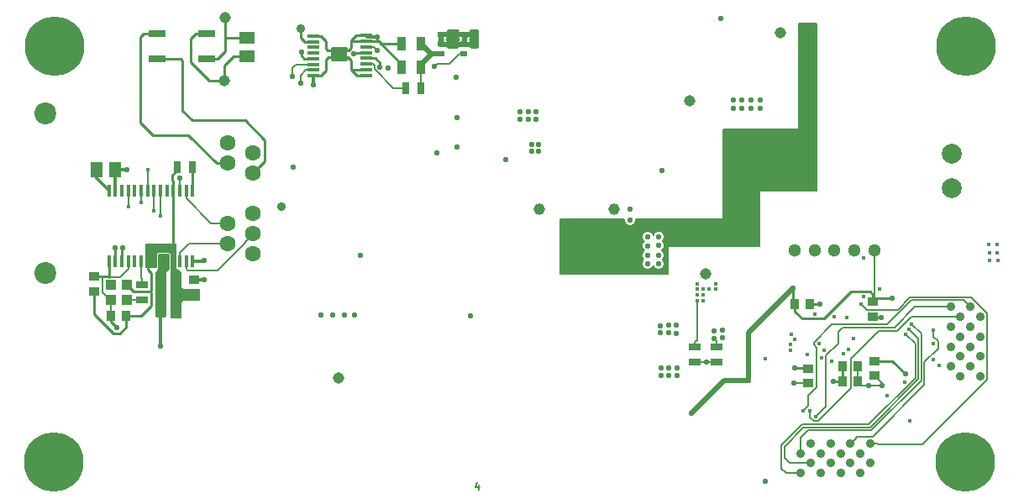
<source format=gbl>
%FSLAX46Y46*%
G04 Gerber Fmt 4.6, Leading zero omitted, Abs format (unit mm)*
G04 Created by KiCad (PCBNEW (2014-08-12 BZR 5067)-product) date Tue 26 Aug 2014 12:58:06 PM EDT*
%MOMM*%
G01*
G04 APERTURE LIST*
%ADD10C,0.100000*%
%ADD11C,0.187500*%
%ADD12R,1.498600X1.300480*%
%ADD13C,1.150000*%
%ADD14R,1.300480X1.498600*%
%ADD15R,0.899160X1.000760*%
%ADD16R,1.000760X0.899160*%
%ADD17R,1.700000X0.800000*%
%ADD18R,1.100000X1.000000*%
%ADD19C,1.600000*%
%ADD20C,2.200000*%
%ADD21C,1.300000*%
%ADD22C,0.900000*%
%ADD23C,1.143000*%
%ADD24C,1.998980*%
%ADD25R,0.700000X0.500000*%
%ADD26R,0.889000X1.397000*%
%ADD27R,0.635000X1.143000*%
%ADD28R,1.143000X0.635000*%
%ADD29R,1.143000X0.419100*%
%ADD30R,0.406400X1.270000*%
%ADD31C,6.000000*%
%ADD32C,0.889000*%
%ADD33C,0.550000*%
%ADD34C,0.450000*%
%ADD35C,0.254000*%
%ADD36C,0.250000*%
%ADD37C,0.350000*%
%ADD38C,0.300000*%
%ADD39C,0.500000*%
%ADD40C,0.200000*%
%ADD41C,0.150000*%
%ADD42C,0.050000*%
G04 APERTURE END LIST*
D10*
D11*
X124652857Y-78929286D02*
X124652857Y-79429286D01*
X124474286Y-78643571D02*
X124295714Y-79179286D01*
X124760000Y-79179286D01*
D12*
X101250000Y-35752500D03*
X101250000Y-33847500D03*
D13*
X130750000Y-51150000D03*
X138250000Y-51150000D03*
D14*
X88002500Y-47150000D03*
X86097500Y-47150000D03*
D15*
X92598160Y-59800000D03*
X94101840Y-59800000D03*
X92598160Y-58100000D03*
X94101840Y-58100000D03*
D16*
X95990000Y-58288160D03*
X95990000Y-59791840D03*
X85850000Y-57948160D03*
X85850000Y-59451840D03*
D15*
X89101840Y-61900000D03*
X87598160Y-61900000D03*
X92598160Y-61400000D03*
X94101840Y-61400000D03*
D16*
X157800000Y-68701840D03*
X157800000Y-67198160D03*
D15*
X156498160Y-60700000D03*
X158001840Y-60700000D03*
D16*
X164350000Y-60448160D03*
X164350000Y-61951840D03*
X164520000Y-67941840D03*
X164520000Y-66438160D03*
D15*
X162801840Y-68500000D03*
X161298160Y-68500000D03*
X162801840Y-67000000D03*
X161298160Y-67000000D03*
D17*
X97250000Y-33450000D03*
X92250000Y-33450000D03*
X92250000Y-35950000D03*
X97250000Y-35950000D03*
D18*
X87550000Y-58800000D03*
X89150000Y-58800000D03*
X89150000Y-60300000D03*
X87550000Y-60300000D03*
D19*
X99340000Y-54630000D03*
X99340000Y-52600000D03*
X99340000Y-46510000D03*
X99340000Y-44480000D03*
X101880000Y-55650000D03*
X101880000Y-53620000D03*
X101880000Y-51590000D03*
X101880000Y-47530000D03*
X101880000Y-45500000D03*
D20*
X80930000Y-57610000D03*
X80930000Y-41480000D03*
D21*
X160500000Y-55250000D03*
X162500000Y-55250000D03*
X164500000Y-55250000D03*
X158500000Y-55250000D03*
X156500000Y-55250000D03*
D22*
X157100000Y-77750000D03*
X158100000Y-76750000D03*
X159100000Y-77750000D03*
X160100000Y-76750000D03*
X161100000Y-77750000D03*
X162100000Y-76750000D03*
X163100000Y-77750000D03*
X164100000Y-76750000D03*
X157100000Y-75750000D03*
X160100000Y-74750000D03*
X159100000Y-75750000D03*
X158100000Y-74750000D03*
X162100000Y-74750000D03*
X161100000Y-75750000D03*
X163100000Y-75750000D03*
X164100000Y-74750000D03*
X175200000Y-68000000D03*
X174200000Y-67000000D03*
X175200000Y-66000000D03*
X174200000Y-65000000D03*
X175200000Y-64000000D03*
X174200000Y-63000000D03*
X175200000Y-62000000D03*
X174200000Y-61000000D03*
X173200000Y-68000000D03*
X172200000Y-65000000D03*
X173200000Y-66000000D03*
X172200000Y-67000000D03*
X172200000Y-63000000D03*
X173200000Y-64000000D03*
X173200000Y-62000000D03*
X172200000Y-61000000D03*
D23*
X99050000Y-31800000D03*
X99000000Y-38150000D03*
X145900000Y-40250000D03*
X155050000Y-33400000D03*
X147500000Y-57700000D03*
X110550000Y-68180000D03*
D24*
X172350000Y-49050060D03*
X172350000Y-45549940D03*
D25*
X123163000Y-34500000D03*
X123163000Y-35500000D03*
X123163000Y-33500000D03*
X120837000Y-35500000D03*
X120837000Y-33500000D03*
X120837000Y-34500000D03*
D26*
X118802500Y-34450000D03*
X116897500Y-34450000D03*
D27*
X117288000Y-38950000D03*
X118812000Y-38950000D03*
D28*
X146450000Y-65038000D03*
X146450000Y-66562000D03*
X148600000Y-66562000D03*
X148600000Y-65038000D03*
D27*
X94288000Y-46900000D03*
X95812000Y-46900000D03*
D28*
X90700000Y-60312000D03*
X90700000Y-58788000D03*
D26*
X118802500Y-36850000D03*
X116897500Y-36850000D03*
D29*
X107933000Y-35985716D03*
X107933000Y-36557144D03*
X107933000Y-37128572D03*
X107933000Y-37700000D03*
X107933000Y-33700000D03*
X107933000Y-34300000D03*
X107933000Y-34842860D03*
X107933000Y-35414288D03*
X113270000Y-34792860D03*
X113270000Y-37078572D03*
X113270000Y-35935716D03*
X113270000Y-36507144D03*
X113270000Y-33650000D03*
X113270000Y-34250000D03*
X113270000Y-35364288D03*
X113270000Y-37650000D03*
D30*
X87359000Y-49244000D03*
X87994000Y-49244000D03*
X88654400Y-49244000D03*
X89314800Y-49244000D03*
X89949800Y-49244000D03*
X90610200Y-49244000D03*
X91270600Y-49244000D03*
X91905600Y-49244000D03*
X92566000Y-49244000D03*
X93201000Y-49244000D03*
X93861400Y-49244000D03*
X94521800Y-49244000D03*
X95156800Y-49244000D03*
X95817200Y-49244000D03*
X95817200Y-56356000D03*
X95156800Y-56356000D03*
X94547200Y-56356000D03*
X93861400Y-56356000D03*
X93201000Y-56356000D03*
X92566000Y-56356000D03*
X91905600Y-56356000D03*
X91270600Y-56356000D03*
X90610200Y-56356000D03*
X89949800Y-56356000D03*
X89314800Y-56356000D03*
X88654400Y-56356000D03*
X87994000Y-56356000D03*
X87359000Y-56356000D03*
D31*
X173750000Y-34750000D03*
X81850000Y-76650000D03*
X173700000Y-76600000D03*
X81900000Y-34750000D03*
D32*
X106697158Y-32900080D03*
D33*
X112058437Y-35440104D03*
X114700000Y-36800000D03*
X130000000Y-45300000D03*
X130000000Y-44650000D03*
X130700000Y-44650000D03*
X130700000Y-45300000D03*
X127400000Y-46150000D03*
X128800000Y-42050000D03*
X129650000Y-42050000D03*
X130400000Y-42050000D03*
X130400000Y-41350000D03*
X129650000Y-41350000D03*
X128800000Y-41350000D03*
X110550000Y-35150000D03*
X110550000Y-35850000D03*
X110000000Y-35150000D03*
X110000000Y-35850000D03*
X111100000Y-35150000D03*
X111100000Y-35850000D03*
X107950000Y-38650000D03*
X114400000Y-33750000D03*
X122400000Y-37850000D03*
X115500000Y-36900000D03*
X106750000Y-35300000D03*
X150810000Y-44200000D03*
X133700000Y-57490000D03*
X133697387Y-56650000D03*
X133700000Y-55680000D03*
X134680000Y-55690000D03*
X134680304Y-56650000D03*
X134680000Y-57470000D03*
X135580000Y-57470000D03*
X135590244Y-56650000D03*
X135590000Y-55690000D03*
X158200000Y-33670000D03*
X158190000Y-34480000D03*
X157290000Y-34470000D03*
X157290000Y-33680000D03*
X157290000Y-32930000D03*
X158170000Y-32920000D03*
D34*
X163460000Y-56070000D03*
X176960000Y-56340000D03*
X176110000Y-56340000D03*
X176110000Y-55530000D03*
X176930000Y-55530000D03*
X176930000Y-54710000D03*
X176080000Y-54710000D03*
X153480000Y-66250000D03*
D33*
X159060000Y-60680000D03*
X165240000Y-62060000D03*
X156500000Y-67180000D03*
X160390000Y-68520000D03*
X167630000Y-67760000D03*
X123840000Y-61930000D03*
X153520000Y-78600000D03*
X112120000Y-61800000D03*
X111100000Y-61800000D03*
X109910000Y-61790000D03*
X108700000Y-61790000D03*
X149070000Y-31950000D03*
X143750000Y-62850000D03*
X143750000Y-63620000D03*
X143800000Y-67160000D03*
X144590000Y-67150000D03*
X144590000Y-67930000D03*
X143800000Y-67930000D03*
X143010000Y-67940000D03*
X143020000Y-67160000D03*
X144520000Y-63640000D03*
X144520000Y-62840000D03*
X142950000Y-62890000D03*
X142950000Y-63630000D03*
X148320000Y-63390000D03*
X148320000Y-64140000D03*
X149220000Y-64130000D03*
X149220000Y-63370000D03*
X141670000Y-54830000D03*
X141670000Y-55790000D03*
X142790000Y-54800000D03*
X142770000Y-55800000D03*
X142780000Y-56640000D03*
X141670000Y-56650000D03*
X142790000Y-53940000D03*
X141670000Y-53950000D03*
X139900000Y-51140000D03*
X139900000Y-52250000D03*
X143100000Y-47220000D03*
X153000000Y-41000000D03*
X152050000Y-41000000D03*
X151150000Y-41000000D03*
X150300000Y-41000000D03*
X151150000Y-40100000D03*
X152050000Y-40100000D03*
X153000000Y-40100000D03*
X150300000Y-40100000D03*
X112750000Y-55800000D03*
X105950000Y-46900000D03*
X93300000Y-54850000D03*
X92600000Y-54850000D03*
X91900000Y-54850000D03*
X91250000Y-54850000D03*
X89150000Y-47150000D03*
X151810000Y-68390000D03*
X146060000Y-71710000D03*
X166280000Y-60080000D03*
X156290000Y-59070000D03*
X156430000Y-68690000D03*
X163930000Y-68900000D03*
X165270000Y-68900000D03*
X96930000Y-58280000D03*
X96930000Y-56350000D03*
X92597845Y-64962000D03*
X88200000Y-63050000D03*
D34*
X146640000Y-60380000D03*
X147250000Y-60370000D03*
X147250000Y-59740000D03*
X146660000Y-59750000D03*
X146660000Y-58680000D03*
X146660000Y-59160000D03*
X147250000Y-59160000D03*
X147860000Y-59160000D03*
X148540000Y-58680500D03*
X148540000Y-59156108D03*
D33*
X106700000Y-38450000D03*
X122450000Y-44850000D03*
X122450000Y-41950000D03*
X88000000Y-55000000D03*
X88750003Y-55000000D03*
D32*
X104750000Y-50900000D03*
D33*
X94500000Y-48050000D03*
D34*
X167700000Y-63770000D03*
X168035161Y-63272337D03*
X156489364Y-64267811D03*
X156090000Y-64750000D03*
X159170000Y-66140000D03*
X160200000Y-66480000D03*
X171020000Y-66900000D03*
X165050000Y-59200010D03*
X168263392Y-62717438D03*
X157748205Y-65771795D03*
X156059567Y-65355976D03*
X156110000Y-63740000D03*
X170474980Y-63340000D03*
X162400000Y-64210010D03*
X163450000Y-59980000D03*
X163160000Y-60690000D03*
X170474971Y-66324999D03*
X170474971Y-64670011D03*
X161718201Y-62041790D03*
X157370000Y-71470000D03*
X160423205Y-61986795D03*
X158490000Y-61690000D03*
X158040000Y-71500000D03*
X158610000Y-72050000D03*
D33*
X124250000Y-33500000D03*
X124250000Y-34100000D03*
X124250000Y-34700000D03*
X120200000Y-36750000D03*
X105850000Y-37800000D03*
X114400000Y-35150000D03*
X120450000Y-45450000D03*
X147573719Y-66562000D03*
D34*
X167550000Y-68580000D03*
X89320000Y-50880000D03*
X161400000Y-65730000D03*
X90590000Y-50429990D03*
X161920000Y-65279990D03*
X91270000Y-47130000D03*
X158946795Y-64703205D03*
X91890000Y-51330010D03*
X159490000Y-65380000D03*
X92570000Y-51820000D03*
X168110000Y-72510000D03*
X165770000Y-69930000D03*
D35*
X96146000Y-33450000D02*
X95650000Y-33946000D01*
X97250000Y-33450000D02*
X96146000Y-33450000D01*
X98191777Y-38150000D02*
X99000000Y-38150000D01*
X97514198Y-38150000D02*
X98191777Y-38150000D01*
X95650000Y-36285802D02*
X97514198Y-38150000D01*
X95650000Y-33946000D02*
X95650000Y-36285802D01*
X99000000Y-38150000D02*
X99000000Y-36650000D01*
X99897500Y-35752500D02*
X101250000Y-35752500D01*
X99000000Y-36650000D02*
X99897500Y-35752500D01*
X99050000Y-32608223D02*
X99050000Y-31800000D01*
X98354000Y-35950000D02*
X99050000Y-35254000D01*
X97250000Y-35950000D02*
X98354000Y-35950000D01*
X99115913Y-33847500D02*
X101250000Y-33847500D01*
X99050000Y-33781587D02*
X99115913Y-33847500D01*
X99050000Y-35254000D02*
X99050000Y-33781587D01*
X99050000Y-33781587D02*
X99050000Y-32608223D01*
D36*
X106697158Y-33885658D02*
X106697158Y-32900080D01*
X107111500Y-34300000D02*
X106697158Y-33885658D01*
X107933000Y-34300000D02*
X107111500Y-34300000D01*
X112134253Y-35364288D02*
X113270000Y-35364288D01*
X112058437Y-35440104D02*
X112134253Y-35364288D01*
X114091500Y-35935716D02*
X113270000Y-35935716D01*
X114224624Y-35935716D02*
X114091500Y-35935716D01*
X114700000Y-36411092D02*
X114224624Y-35935716D01*
X114700000Y-36800000D02*
X114700000Y-36411092D01*
X114551500Y-34250000D02*
X114751500Y-34450000D01*
X114751500Y-34450000D02*
X116897500Y-34450000D01*
X113270000Y-34250000D02*
X114384183Y-34250000D01*
X114384183Y-34250000D02*
X114551500Y-34250000D01*
X114400000Y-33750000D02*
X114400000Y-34234183D01*
X114400000Y-34234183D02*
X114384183Y-34250000D01*
X114551500Y-34250000D02*
X116897500Y-36596000D01*
X116897500Y-36596000D02*
X116897500Y-36850000D01*
X108754500Y-33700000D02*
X109250000Y-34195500D01*
X107933000Y-33700000D02*
X108754500Y-33700000D01*
X109250000Y-34195500D02*
X109250000Y-34950000D01*
X109250000Y-34950000D02*
X109450000Y-35150000D01*
X108754500Y-37700000D02*
X109250000Y-37204500D01*
X107933000Y-37700000D02*
X108754500Y-37700000D01*
X109250000Y-37204500D02*
X109250000Y-36100000D01*
X109250000Y-36100000D02*
X109500000Y-35850000D01*
X113270000Y-33650000D02*
X112250000Y-33650000D01*
X112250000Y-33650000D02*
X111750000Y-34150000D01*
X111750000Y-34150000D02*
X111750000Y-34900000D01*
X111750000Y-34900000D02*
X111500000Y-35150000D01*
X113270000Y-37650000D02*
X112908050Y-37650000D01*
X112908050Y-37650000D02*
X112350000Y-37650000D01*
X112350000Y-37650000D02*
X111750000Y-37050000D01*
X111750000Y-37050000D02*
X111750000Y-36150000D01*
X111750000Y-36150000D02*
X111450000Y-35850000D01*
X111778572Y-37078572D02*
X111750000Y-37050000D01*
X113270000Y-37078572D02*
X111778572Y-37078572D01*
X111850000Y-34250000D02*
X111750000Y-34150000D01*
X113270000Y-34250000D02*
X111850000Y-34250000D01*
X110000000Y-35150000D02*
X110550000Y-35150000D01*
X111100000Y-35150000D02*
X110550000Y-35150000D01*
X110000000Y-35850000D02*
X110550000Y-35850000D01*
X111100000Y-35850000D02*
X110550000Y-35850000D01*
X109450000Y-35150000D02*
X110000000Y-35150000D01*
X109500000Y-35850000D02*
X110000000Y-35850000D01*
X111500000Y-35150000D02*
X111100000Y-35150000D01*
X111450000Y-35850000D02*
X111100000Y-35850000D01*
X110000000Y-35150000D02*
X110000000Y-35850000D01*
X110650000Y-35400000D02*
X110650000Y-36100000D01*
X111100000Y-35150000D02*
X111100000Y-35850000D01*
D37*
X107950000Y-37730123D02*
X107933000Y-37713123D01*
X107950000Y-38650000D02*
X107950000Y-37730123D01*
D38*
X113370000Y-33750000D02*
X113270000Y-33650000D01*
X114400000Y-33750000D02*
X113370000Y-33750000D01*
D36*
X107111500Y-35985716D02*
X107933000Y-35985716D01*
X107046808Y-35985716D02*
X107111500Y-35985716D01*
X106750000Y-35688908D02*
X107046808Y-35985716D01*
X106750000Y-35300000D02*
X106750000Y-35688908D01*
D39*
X150640000Y-52890000D02*
X150554999Y-52975001D01*
X150554999Y-52975001D02*
X138304999Y-52975001D01*
X138304999Y-52975001D02*
X135864999Y-55415001D01*
X135864999Y-55415001D02*
X135590000Y-55690000D01*
X150640000Y-44758908D02*
X150640000Y-52890000D01*
X150810000Y-44200000D02*
X150810000Y-44588908D01*
X150810000Y-44588908D02*
X150640000Y-44758908D01*
X157290000Y-44210000D02*
X150820000Y-44210000D01*
X150820000Y-44210000D02*
X150810000Y-44200000D01*
X157290000Y-34470000D02*
X157290000Y-44210000D01*
D36*
X159060000Y-60680000D02*
X158021840Y-60680000D01*
X158021840Y-60680000D02*
X158001840Y-60700000D01*
X165240000Y-62060000D02*
X164458160Y-62060000D01*
X164458160Y-62060000D02*
X164350000Y-61951840D01*
X156500000Y-67180000D02*
X157781840Y-67180000D01*
X157781840Y-67180000D02*
X157800000Y-67198160D01*
X161298160Y-68500000D02*
X161298160Y-67000000D01*
X160390000Y-68520000D02*
X161278160Y-68520000D01*
X161278160Y-68520000D02*
X161298160Y-68500000D01*
X167630000Y-67760000D02*
X166308160Y-66438160D01*
X166308160Y-66438160D02*
X164520000Y-66438160D01*
D40*
X148600000Y-65038000D02*
X148600000Y-64420000D01*
X148600000Y-64420000D02*
X148320000Y-64140000D01*
D38*
X92600000Y-54850000D02*
X93300000Y-54850000D01*
X91900000Y-54850000D02*
X92600000Y-54850000D01*
X91905600Y-56356000D02*
X91905600Y-54855600D01*
X91905600Y-54855600D02*
X91900000Y-54850000D01*
X91270600Y-56356000D02*
X91270600Y-54870600D01*
X91270600Y-54870600D02*
X91250000Y-54850000D01*
X88002500Y-47150000D02*
X89150000Y-47150000D01*
D36*
X93861400Y-49244000D02*
X93861400Y-56356000D01*
X93861400Y-49244000D02*
X93861400Y-48359000D01*
X93861400Y-48359000D02*
X93720500Y-48218100D01*
X93720500Y-47721500D02*
X94288000Y-47154000D01*
X93720500Y-48218100D02*
X93720500Y-47721500D01*
X94288000Y-47154000D02*
X94288000Y-46900000D01*
X85850000Y-59451840D02*
X85850000Y-61686802D01*
X85850000Y-61686802D02*
X87813199Y-63650001D01*
X87813199Y-63650001D02*
X88488001Y-63650001D01*
X88488001Y-63650001D02*
X89101840Y-63036162D01*
X89101840Y-63036162D02*
X89101840Y-62650380D01*
X89101840Y-62650380D02*
X89101840Y-61900000D01*
X91531501Y-59430501D02*
X91596501Y-59495501D01*
X91596501Y-59495501D02*
X91596501Y-60889501D01*
X91596501Y-60889501D02*
X90586002Y-61900000D01*
X89801420Y-61900000D02*
X89101840Y-61900000D01*
X90586002Y-61900000D02*
X89801420Y-61900000D01*
X89150000Y-58800000D02*
X89200000Y-58800000D01*
X89200000Y-58800000D02*
X89830501Y-59430501D01*
X89830501Y-59430501D02*
X91531501Y-59430501D01*
X91531501Y-59430501D02*
X91596501Y-59365501D01*
X91596501Y-59365501D02*
X91596501Y-57566901D01*
X91270600Y-57241000D02*
X91270600Y-56356000D01*
X91596501Y-57566901D02*
X91270600Y-57241000D01*
D37*
X87994000Y-49244000D02*
X87994000Y-47158500D01*
X87994000Y-47158500D02*
X88002500Y-47150000D01*
D36*
X156498160Y-60700000D02*
X156498160Y-61450380D01*
X156498160Y-61450380D02*
X157237781Y-62190001D01*
X157237781Y-62190001D02*
X159479997Y-62190001D01*
X159479997Y-62190001D02*
X162189999Y-59479999D01*
X162189999Y-59479999D02*
X164081419Y-59479999D01*
X164081419Y-59479999D02*
X164350000Y-59748580D01*
X164350000Y-59748580D02*
X164350000Y-60448160D01*
D39*
X151810000Y-68390000D02*
X151810000Y-63550000D01*
X151810000Y-63550000D02*
X156290000Y-59070000D01*
X146060000Y-71710000D02*
X149380000Y-68390000D01*
X149380000Y-68390000D02*
X151810000Y-68390000D01*
D40*
X164500000Y-55250000D02*
X164500000Y-60298160D01*
X164500000Y-60298160D02*
X164350000Y-60448160D01*
D36*
X166280000Y-60080000D02*
X164718160Y-60080000D01*
X164718160Y-60080000D02*
X164350000Y-60448160D01*
X156290000Y-59070000D02*
X156290000Y-60491840D01*
X156290000Y-60491840D02*
X156498160Y-60700000D01*
D40*
X156430000Y-68690000D02*
X157788160Y-68690000D01*
X157788160Y-68690000D02*
X157800000Y-68701840D01*
X162801840Y-68500000D02*
X162801840Y-67000000D01*
X163930000Y-68900000D02*
X165270000Y-68900000D01*
X163930000Y-68900000D02*
X163201840Y-68900000D01*
X163201840Y-68900000D02*
X162801840Y-68500000D01*
X165270000Y-68900000D02*
X165270000Y-68691840D01*
X165270000Y-68691840D02*
X164520000Y-67941840D01*
D38*
X96930000Y-58280000D02*
X95868160Y-58280000D01*
X95868160Y-58280000D02*
X95850000Y-58298160D01*
X95817200Y-56356000D02*
X96924000Y-56356000D01*
X96924000Y-56356000D02*
X96930000Y-56350000D01*
X92598160Y-61400000D02*
X92598160Y-64961685D01*
X92598160Y-64961685D02*
X92597845Y-64962000D01*
D40*
X88505801Y-57999999D02*
X87362141Y-57999999D01*
D41*
X87362141Y-57999999D02*
X86759999Y-57999999D01*
D40*
X92598160Y-59800000D02*
X92598160Y-61400000D01*
X92566000Y-56356000D02*
X92566000Y-59767840D01*
X92566000Y-59767840D02*
X92598160Y-59800000D01*
X92566000Y-56356000D02*
X92566000Y-58067840D01*
X92566000Y-58067840D02*
X92598160Y-58100000D01*
X92566000Y-56356000D02*
X93201000Y-56356000D01*
D36*
X87598160Y-61900000D02*
X87598160Y-62448160D01*
X87598160Y-62448160D02*
X88200000Y-63050000D01*
X85850000Y-57948160D02*
X87333120Y-57948160D01*
X87333120Y-57948160D02*
X87359000Y-57974040D01*
X87359000Y-56356000D02*
X87359000Y-57974040D01*
X87359000Y-57974040D02*
X87358041Y-57974999D01*
D40*
X87550000Y-60300000D02*
X87550000Y-61851840D01*
X87550000Y-61851840D02*
X87598160Y-61900000D01*
X89314800Y-56356000D02*
X89314800Y-57191000D01*
X89314800Y-57191000D02*
X88505801Y-57999999D01*
X86759999Y-57999999D02*
X86699999Y-58059999D01*
X86699999Y-58059999D02*
X86699999Y-59499999D01*
X86699999Y-59499999D02*
X87500000Y-60300000D01*
X87500000Y-60300000D02*
X87550000Y-60300000D01*
D41*
X146450000Y-64520500D02*
X146640000Y-64330500D01*
X146640000Y-64330500D02*
X146640000Y-60380000D01*
D40*
X146450000Y-65038000D02*
X146450000Y-64520500D01*
D37*
X87359000Y-49244000D02*
X86097500Y-47982500D01*
X86097500Y-47982500D02*
X86097500Y-47150000D01*
D35*
X98208630Y-46510000D02*
X95398630Y-43700000D01*
X99340000Y-46510000D02*
X98208630Y-46510000D01*
X95398630Y-43700000D02*
X91800000Y-43700000D01*
X91800000Y-43700000D02*
X90500000Y-42400000D01*
X90500000Y-42400000D02*
X90500000Y-33800000D01*
X90850000Y-33450000D02*
X92250000Y-33450000D01*
X90500000Y-33800000D02*
X90850000Y-33450000D01*
X103061001Y-46348999D02*
X103061001Y-44161001D01*
X101880000Y-47530000D02*
X103061001Y-46348999D01*
X103061001Y-44161001D02*
X101100000Y-42200000D01*
X101100000Y-42200000D02*
X95800000Y-42200000D01*
X95800000Y-42200000D02*
X94800000Y-41200000D01*
X94800000Y-41200000D02*
X94800000Y-36150000D01*
X94600000Y-35950000D02*
X92250000Y-35950000D01*
X94800000Y-36150000D02*
X94600000Y-35950000D01*
D41*
X106700000Y-38450000D02*
X106700000Y-37640072D01*
X106700000Y-37640072D02*
X107211500Y-37128572D01*
X107211500Y-37128572D02*
X107933000Y-37128572D01*
D36*
X87994000Y-56356000D02*
X87994000Y-55006000D01*
X87994000Y-55006000D02*
X88000000Y-55000000D01*
X88654400Y-56356000D02*
X88654400Y-55095603D01*
X88654400Y-55095603D02*
X88750003Y-55000000D01*
D40*
X90700000Y-60312000D02*
X89162000Y-60312000D01*
X89162000Y-60312000D02*
X89150000Y-60300000D01*
X98208630Y-54630000D02*
X99340000Y-54630000D01*
X95438200Y-54630000D02*
X98208630Y-54630000D01*
X94547200Y-55521000D02*
X95438200Y-54630000D01*
X94547200Y-56356000D02*
X94547200Y-55521000D01*
X98208630Y-52600000D02*
X99340000Y-52600000D01*
X97677800Y-52600000D02*
X98208630Y-52600000D01*
X95156800Y-50079000D02*
X97677800Y-52600000D01*
X95156800Y-49244000D02*
X95156800Y-50079000D01*
X101080001Y-54518001D02*
X101080001Y-54419999D01*
X98307001Y-57291001D02*
X101080001Y-54518001D01*
X95256801Y-57291001D02*
X98307001Y-57291001D01*
X101080001Y-54419999D02*
X101880000Y-53620000D01*
X95156800Y-57191000D02*
X95256801Y-57291001D01*
X95156800Y-56356000D02*
X95156800Y-57191000D01*
X94521800Y-48409000D02*
X94521800Y-48071800D01*
X94521800Y-48071800D02*
X94500000Y-48050000D01*
X94521800Y-49244000D02*
X94521800Y-48409000D01*
D41*
X167700000Y-63770000D02*
X168650000Y-64720000D01*
X168650000Y-64720000D02*
X168650000Y-68146039D01*
X168650000Y-68146039D02*
X163976039Y-72820000D01*
X163976039Y-72820000D02*
X157250000Y-72820000D01*
X155610000Y-77750000D02*
X157100000Y-77750000D01*
X157250000Y-72820000D02*
X155130000Y-74940000D01*
X155130000Y-74940000D02*
X155130000Y-77290000D01*
X155600000Y-77760000D02*
X155610000Y-77750000D01*
X155130000Y-77290000D02*
X155600000Y-77760000D01*
X155430010Y-76220010D02*
X155960000Y-76750000D01*
X155960000Y-76750000D02*
X158100000Y-76750000D01*
X155430010Y-75064268D02*
X155430010Y-76220010D01*
X157374268Y-73120010D02*
X155430010Y-75064268D01*
X164100307Y-73120010D02*
X157374268Y-73120010D01*
X168035161Y-63272337D02*
X168950009Y-64187185D01*
X168950009Y-64187185D02*
X168950009Y-68270308D01*
X168950009Y-68270308D02*
X164100307Y-73120010D01*
X157869980Y-73420020D02*
X157100000Y-74190000D01*
X157100000Y-74190000D02*
X157100000Y-75750000D01*
X169250018Y-68394577D02*
X164224575Y-73420020D01*
X164224575Y-73420020D02*
X157869980Y-73420020D01*
X168263392Y-62717438D02*
X169250019Y-63704065D01*
X169250019Y-63704065D02*
X169250018Y-68394577D01*
X170474980Y-63340000D02*
X170474980Y-64004018D01*
X164355001Y-74074999D02*
X162775001Y-74074999D01*
X170474980Y-64004018D02*
X170924972Y-64454010D01*
X170924972Y-64454010D02*
X170924972Y-65208996D01*
X170924972Y-65208996D02*
X169550028Y-66583940D01*
X169550028Y-66583940D02*
X169550028Y-68879972D01*
X169550028Y-68879972D02*
X164355001Y-74074999D01*
X162775001Y-74074999D02*
X162549999Y-74300001D01*
X162549999Y-74300001D02*
X162100000Y-74750000D01*
X164930000Y-74860000D02*
X164820000Y-74750000D01*
X164820000Y-74750000D02*
X164100000Y-74750000D01*
X169339002Y-74860000D02*
X164930000Y-74860000D01*
X163160000Y-60690000D02*
X163747259Y-61277259D01*
X175875001Y-61675999D02*
X175875001Y-68324001D01*
X163747259Y-61277259D02*
X166868463Y-61277259D01*
X166868463Y-61277259D02*
X168120733Y-60024989D01*
X175875001Y-68324001D02*
X169339002Y-74860000D01*
X168120733Y-60024989D02*
X174223991Y-60024989D01*
X174223991Y-60024989D02*
X175875001Y-61675999D01*
X165790000Y-62780000D02*
X168245001Y-60324999D01*
X168245001Y-60324999D02*
X173524999Y-60324999D01*
X173524999Y-60324999D02*
X173750001Y-60550001D01*
X173750001Y-60550001D02*
X174200000Y-61000000D01*
X160203998Y-62780000D02*
X165790000Y-62780000D01*
X158410000Y-64810000D02*
X158410000Y-64573998D01*
X158410000Y-64573998D02*
X160203998Y-62780000D01*
X158719999Y-65119999D02*
X158410000Y-64810000D01*
X157860000Y-69920000D02*
X158719999Y-69060001D01*
X158719999Y-69060001D02*
X158719999Y-65119999D01*
X157860000Y-70980000D02*
X157860000Y-69920000D01*
X157370000Y-71470000D02*
X157860000Y-70980000D01*
X158040000Y-71500000D02*
X158040000Y-72146002D01*
X158393999Y-72500001D02*
X158826001Y-72500001D01*
X158826001Y-72500001D02*
X162127259Y-69198743D01*
X162127259Y-69198743D02*
X162127259Y-66242741D01*
X158040000Y-72146002D02*
X158393999Y-72500001D01*
X162127259Y-66242741D02*
X164989980Y-63380020D01*
X164989980Y-63380020D02*
X166849980Y-63380020D01*
X166849980Y-63380020D02*
X168230000Y-62000000D01*
X168230000Y-62000000D02*
X173200000Y-62000000D01*
X158610000Y-72050000D02*
X159620001Y-71039999D01*
X166539990Y-63080010D02*
X168620000Y-61000000D01*
X159620001Y-71039999D02*
X159620001Y-65916001D01*
X159620001Y-65916001D02*
X160880000Y-64656002D01*
X160880000Y-64656002D02*
X160880000Y-63540000D01*
X160880000Y-63540000D02*
X161339990Y-63080010D01*
X161339990Y-63080010D02*
X166539990Y-63080010D01*
X168620000Y-61000000D02*
X172200000Y-61000000D01*
D39*
X123363000Y-33700000D02*
X123163000Y-33500000D01*
D41*
X106192856Y-36557144D02*
X105850000Y-36900000D01*
X105850000Y-36900000D02*
X105850000Y-37800000D01*
X107933000Y-36557144D02*
X106192856Y-36557144D01*
X120200000Y-36750000D02*
X120474999Y-36475001D01*
X122663000Y-35500000D02*
X123163000Y-35500000D01*
X120474999Y-36475001D02*
X121687999Y-36475001D01*
X121687999Y-36475001D02*
X122663000Y-35500000D01*
D40*
X118802500Y-36850000D02*
X118802500Y-38940500D01*
X118802500Y-38940500D02*
X118812000Y-38950000D01*
D39*
X119852500Y-35500000D02*
X119852500Y-35546000D01*
X119852500Y-35546000D02*
X118802500Y-36596000D01*
X118802500Y-36596000D02*
X118802500Y-36850000D01*
X120837000Y-35500000D02*
X119852500Y-35500000D01*
X119852500Y-35500000D02*
X118802500Y-34450000D01*
D40*
X114400000Y-35150000D02*
X114042860Y-34792860D01*
X114042860Y-34792860D02*
X113270000Y-34792860D01*
D41*
X117288000Y-38950000D02*
X116035998Y-38950000D01*
X114116501Y-37030503D02*
X114116501Y-36632145D01*
X116035998Y-38950000D02*
X114116501Y-37030503D01*
X114116501Y-36632145D02*
X113991500Y-36507144D01*
X113991500Y-36507144D02*
X113270000Y-36507144D01*
D40*
X146450000Y-66562000D02*
X147573719Y-66562000D01*
X147573719Y-66562000D02*
X148600000Y-66562000D01*
D36*
X95817200Y-49244000D02*
X95817200Y-46905200D01*
X95817200Y-46905200D02*
X95812000Y-46900000D01*
D40*
X90700000Y-58200000D02*
X90610200Y-58110200D01*
X90610200Y-58110200D02*
X90610200Y-56356000D01*
X90700000Y-58788000D02*
X90700000Y-58200000D01*
D41*
X89330000Y-50044200D02*
X89330000Y-50870000D01*
X89330000Y-50870000D02*
X89320000Y-50880000D01*
X89314800Y-49244000D02*
X89314800Y-50029000D01*
X89314800Y-50029000D02*
X89330000Y-50044200D01*
X90610200Y-49244000D02*
X90610200Y-50409790D01*
X90610200Y-50409790D02*
X90590000Y-50429990D01*
X91270600Y-49244000D02*
X91270600Y-48459000D01*
X91270000Y-48458400D02*
X91270000Y-47130000D01*
X91270600Y-48459000D02*
X91270000Y-48458400D01*
X91905600Y-49244000D02*
X91905600Y-50029000D01*
X91905600Y-50029000D02*
X91890000Y-50044600D01*
X91890000Y-50044600D02*
X91890000Y-51330010D01*
X92566000Y-49244000D02*
X92566000Y-50029000D01*
X92566000Y-50029000D02*
X92570000Y-50033000D01*
X92570000Y-50033000D02*
X92570000Y-51820000D01*
D35*
G36*
X124523000Y-34773000D02*
X123934025Y-34773000D01*
X123872699Y-34711673D01*
X123840000Y-34698128D01*
X123840000Y-34293250D01*
X123840000Y-34184956D01*
X123790217Y-34064770D01*
X123725447Y-34000000D01*
X123790217Y-33935230D01*
X123840000Y-33815044D01*
X123840000Y-33706750D01*
X123758250Y-33625000D01*
X123290000Y-33625000D01*
X123290000Y-33995250D01*
X123294750Y-34000000D01*
X123290000Y-34004750D01*
X123290000Y-34375000D01*
X123758250Y-34375000D01*
X123840000Y-34293250D01*
X123840000Y-34698128D01*
X123825282Y-34692032D01*
X123758250Y-34625000D01*
X123663452Y-34625000D01*
X123639310Y-34615000D01*
X123386691Y-34615000D01*
X123036000Y-34615000D01*
X123036000Y-34375000D01*
X123036000Y-34004750D01*
X123031250Y-34000000D01*
X123036000Y-33995250D01*
X123036000Y-33625000D01*
X122567750Y-33625000D01*
X122486000Y-33706750D01*
X122486000Y-33815044D01*
X122535783Y-33935230D01*
X122600552Y-34000000D01*
X122535783Y-34064770D01*
X122486000Y-34184956D01*
X122486000Y-34293250D01*
X122567750Y-34375000D01*
X123036000Y-34375000D01*
X123036000Y-34615000D01*
X122686691Y-34615000D01*
X122662548Y-34625000D01*
X122567750Y-34625000D01*
X122500716Y-34692033D01*
X122453302Y-34711673D01*
X122391974Y-34773000D01*
X121608025Y-34773000D01*
X121546699Y-34711673D01*
X121514000Y-34698128D01*
X121514000Y-34293250D01*
X121514000Y-34184956D01*
X121464217Y-34064770D01*
X121399447Y-34000000D01*
X121464217Y-33935230D01*
X121514000Y-33815044D01*
X121514000Y-33706750D01*
X121432250Y-33625000D01*
X120964000Y-33625000D01*
X120964000Y-33995250D01*
X120968750Y-34000000D01*
X120964000Y-34004750D01*
X120964000Y-34375000D01*
X121432250Y-34375000D01*
X121514000Y-34293250D01*
X121514000Y-34698128D01*
X121499282Y-34692032D01*
X121432250Y-34625000D01*
X121337452Y-34625000D01*
X121313310Y-34615000D01*
X121060691Y-34615000D01*
X120837000Y-34615000D01*
X120690000Y-34615000D01*
X120690000Y-34375000D01*
X120710000Y-34375000D01*
X120710000Y-34004750D01*
X120705250Y-34000000D01*
X120710000Y-33995250D01*
X120710000Y-33625000D01*
X120690000Y-33625000D01*
X120690000Y-33375000D01*
X120710000Y-33375000D01*
X120710000Y-33353000D01*
X120964000Y-33353000D01*
X120964000Y-33375000D01*
X121432250Y-33375000D01*
X121514000Y-33293250D01*
X121514000Y-33184956D01*
X121489993Y-33127000D01*
X122510006Y-33127000D01*
X122486000Y-33184956D01*
X122486000Y-33293250D01*
X122567750Y-33375000D01*
X123036000Y-33375000D01*
X123036000Y-33353000D01*
X123290000Y-33353000D01*
X123290000Y-33375000D01*
X123758250Y-33375000D01*
X123840000Y-33293250D01*
X123840000Y-33184956D01*
X123815993Y-33127000D01*
X124523000Y-33127000D01*
X124523000Y-34773000D01*
X124523000Y-34773000D01*
G37*
X124523000Y-34773000D02*
X123934025Y-34773000D01*
X123872699Y-34711673D01*
X123840000Y-34698128D01*
X123840000Y-34293250D01*
X123840000Y-34184956D01*
X123790217Y-34064770D01*
X123725447Y-34000000D01*
X123790217Y-33935230D01*
X123840000Y-33815044D01*
X123840000Y-33706750D01*
X123758250Y-33625000D01*
X123290000Y-33625000D01*
X123290000Y-33995250D01*
X123294750Y-34000000D01*
X123290000Y-34004750D01*
X123290000Y-34375000D01*
X123758250Y-34375000D01*
X123840000Y-34293250D01*
X123840000Y-34698128D01*
X123825282Y-34692032D01*
X123758250Y-34625000D01*
X123663452Y-34625000D01*
X123639310Y-34615000D01*
X123386691Y-34615000D01*
X123036000Y-34615000D01*
X123036000Y-34375000D01*
X123036000Y-34004750D01*
X123031250Y-34000000D01*
X123036000Y-33995250D01*
X123036000Y-33625000D01*
X122567750Y-33625000D01*
X122486000Y-33706750D01*
X122486000Y-33815044D01*
X122535783Y-33935230D01*
X122600552Y-34000000D01*
X122535783Y-34064770D01*
X122486000Y-34184956D01*
X122486000Y-34293250D01*
X122567750Y-34375000D01*
X123036000Y-34375000D01*
X123036000Y-34615000D01*
X122686691Y-34615000D01*
X122662548Y-34625000D01*
X122567750Y-34625000D01*
X122500716Y-34692033D01*
X122453302Y-34711673D01*
X122391974Y-34773000D01*
X121608025Y-34773000D01*
X121546699Y-34711673D01*
X121514000Y-34698128D01*
X121514000Y-34293250D01*
X121514000Y-34184956D01*
X121464217Y-34064770D01*
X121399447Y-34000000D01*
X121464217Y-33935230D01*
X121514000Y-33815044D01*
X121514000Y-33706750D01*
X121432250Y-33625000D01*
X120964000Y-33625000D01*
X120964000Y-33995250D01*
X120968750Y-34000000D01*
X120964000Y-34004750D01*
X120964000Y-34375000D01*
X121432250Y-34375000D01*
X121514000Y-34293250D01*
X121514000Y-34698128D01*
X121499282Y-34692032D01*
X121432250Y-34625000D01*
X121337452Y-34625000D01*
X121313310Y-34615000D01*
X121060691Y-34615000D01*
X120837000Y-34615000D01*
X120690000Y-34615000D01*
X120690000Y-34375000D01*
X120710000Y-34375000D01*
X120710000Y-34004750D01*
X120705250Y-34000000D01*
X120710000Y-33995250D01*
X120710000Y-33625000D01*
X120690000Y-33625000D01*
X120690000Y-33375000D01*
X120710000Y-33375000D01*
X120710000Y-33353000D01*
X120964000Y-33353000D01*
X120964000Y-33375000D01*
X121432250Y-33375000D01*
X121514000Y-33293250D01*
X121514000Y-33184956D01*
X121489993Y-33127000D01*
X122510006Y-33127000D01*
X122486000Y-33184956D01*
X122486000Y-33293250D01*
X122567750Y-33375000D01*
X123036000Y-33375000D01*
X123036000Y-33353000D01*
X123290000Y-33353000D01*
X123290000Y-33375000D01*
X123758250Y-33375000D01*
X123840000Y-33293250D01*
X123840000Y-33184956D01*
X123815993Y-33127000D01*
X124523000Y-33127000D01*
X124523000Y-34773000D01*
G36*
X111273000Y-36073000D02*
X109827000Y-36073000D01*
X109827000Y-34927000D01*
X111273000Y-34927000D01*
X111273000Y-34958698D01*
X111148595Y-35258300D01*
X111148279Y-35620320D01*
X111273000Y-35922166D01*
X111273000Y-36073000D01*
X111273000Y-36073000D01*
G37*
X111273000Y-36073000D02*
X109827000Y-36073000D01*
X109827000Y-34927000D01*
X111273000Y-34927000D01*
X111273000Y-34958698D01*
X111148595Y-35258300D01*
X111148279Y-35620320D01*
X111273000Y-35922166D01*
X111273000Y-36073000D01*
G36*
X93323000Y-57057667D02*
X93023000Y-57457667D01*
X93023000Y-61923000D01*
X92127000Y-61923000D01*
X92127000Y-57542333D01*
X92427000Y-57142333D01*
X92427000Y-55727000D01*
X93323000Y-55727000D01*
X93323000Y-57057667D01*
X93323000Y-57057667D01*
G37*
X93323000Y-57057667D02*
X93023000Y-57457667D01*
X93023000Y-61923000D01*
X92127000Y-61923000D01*
X92127000Y-57542333D01*
X92427000Y-57142333D01*
X92427000Y-55727000D01*
X93323000Y-55727000D01*
X93323000Y-57057667D01*
D42*
G36*
X96425000Y-60325000D02*
X94839645Y-60325000D01*
X94625000Y-60539645D01*
X94625000Y-62000000D01*
X94625000Y-62025000D01*
X93575000Y-62025000D01*
X93575000Y-57035948D01*
X93579200Y-57025809D01*
X93579200Y-56956190D01*
X93579200Y-55686190D01*
X93575000Y-55676050D01*
X93575000Y-55639645D01*
X93360355Y-55425000D01*
X92339645Y-55425000D01*
X92125000Y-55639645D01*
X92125000Y-57025000D01*
X91025000Y-57025000D01*
X91025000Y-55650000D01*
X91025000Y-55400000D01*
X91025000Y-54575000D01*
X94125000Y-54575000D01*
X94125000Y-55400000D01*
X94125000Y-57112016D01*
X94625000Y-57512016D01*
X94625000Y-59010355D01*
X94839645Y-59225000D01*
X96425000Y-59225000D01*
X96425000Y-60325000D01*
X96425000Y-60325000D01*
G37*
X96425000Y-60325000D02*
X94839645Y-60325000D01*
X94625000Y-60539645D01*
X94625000Y-62000000D01*
X94625000Y-62025000D01*
X93575000Y-62025000D01*
X93575000Y-57035948D01*
X93579200Y-57025809D01*
X93579200Y-56956190D01*
X93579200Y-55686190D01*
X93575000Y-55676050D01*
X93575000Y-55639645D01*
X93360355Y-55425000D01*
X92339645Y-55425000D01*
X92125000Y-55639645D01*
X92125000Y-57025000D01*
X91025000Y-57025000D01*
X91025000Y-55650000D01*
X91025000Y-55400000D01*
X91025000Y-54575000D01*
X94125000Y-54575000D01*
X94125000Y-55400000D01*
X94125000Y-57112016D01*
X94625000Y-57512016D01*
X94625000Y-59010355D01*
X94839645Y-59225000D01*
X96425000Y-59225000D01*
X96425000Y-60325000D01*
D40*
G36*
X158700000Y-49300000D02*
X152900000Y-49300000D01*
X152900000Y-54900000D01*
X143700000Y-54900000D01*
X143700000Y-57690000D01*
X143719908Y-57690000D01*
X143365100Y-57690654D01*
X143365100Y-54686127D01*
X143277746Y-54474714D01*
X143173173Y-54369959D01*
X143277177Y-54266137D01*
X143364900Y-54054876D01*
X143365100Y-53826127D01*
X143277746Y-53614714D01*
X143116137Y-53452823D01*
X142904876Y-53365100D01*
X142676127Y-53364900D01*
X142464714Y-53452254D01*
X142302823Y-53613863D01*
X142227858Y-53794398D01*
X142157746Y-53624714D01*
X141996137Y-53462823D01*
X141784876Y-53375100D01*
X141556127Y-53374900D01*
X141344714Y-53462254D01*
X141182823Y-53623863D01*
X141095100Y-53835124D01*
X141094900Y-54063873D01*
X141182254Y-54275286D01*
X141296826Y-54390058D01*
X141182823Y-54503863D01*
X141095100Y-54715124D01*
X141094900Y-54943873D01*
X141182254Y-55155286D01*
X141336826Y-55310127D01*
X141182823Y-55463863D01*
X141095100Y-55675124D01*
X141094900Y-55903873D01*
X141182254Y-56115286D01*
X141286826Y-56220040D01*
X141182823Y-56323863D01*
X141095100Y-56535124D01*
X141094900Y-56763873D01*
X141182254Y-56975286D01*
X141343863Y-57137177D01*
X141555124Y-57224900D01*
X141783873Y-57225100D01*
X141995286Y-57137746D01*
X142157177Y-56976137D01*
X142227129Y-56807672D01*
X142292254Y-56965286D01*
X142453863Y-57127177D01*
X142665124Y-57214900D01*
X142893873Y-57215100D01*
X143105286Y-57127746D01*
X143267177Y-56966137D01*
X143354900Y-56754876D01*
X143355100Y-56526127D01*
X143267746Y-56314714D01*
X143168182Y-56214976D01*
X143257177Y-56126137D01*
X143344900Y-55914876D01*
X143345100Y-55686127D01*
X143257746Y-55474714D01*
X143096137Y-55312823D01*
X143075417Y-55304219D01*
X143115286Y-55287746D01*
X143277177Y-55126137D01*
X143364900Y-54914876D01*
X143365100Y-54686127D01*
X143365100Y-57690654D01*
X138299908Y-57700000D01*
X132900000Y-57700000D01*
X132900000Y-52200000D01*
X139325043Y-52200000D01*
X139324900Y-52363873D01*
X139412254Y-52575286D01*
X139573863Y-52737177D01*
X139785124Y-52824900D01*
X140013873Y-52825100D01*
X140225286Y-52737746D01*
X140387177Y-52576137D01*
X140474900Y-52364876D01*
X140475044Y-52200000D01*
X149300000Y-52200000D01*
X149300000Y-43100000D01*
X156900000Y-43100000D01*
X156900000Y-32400000D01*
X158700000Y-32400000D01*
X158700000Y-49300000D01*
X158700000Y-49300000D01*
G37*
X158700000Y-49300000D02*
X152900000Y-49300000D01*
X152900000Y-54900000D01*
X143700000Y-54900000D01*
X143700000Y-57690000D01*
X143719908Y-57690000D01*
X143365100Y-57690654D01*
X143365100Y-54686127D01*
X143277746Y-54474714D01*
X143173173Y-54369959D01*
X143277177Y-54266137D01*
X143364900Y-54054876D01*
X143365100Y-53826127D01*
X143277746Y-53614714D01*
X143116137Y-53452823D01*
X142904876Y-53365100D01*
X142676127Y-53364900D01*
X142464714Y-53452254D01*
X142302823Y-53613863D01*
X142227858Y-53794398D01*
X142157746Y-53624714D01*
X141996137Y-53462823D01*
X141784876Y-53375100D01*
X141556127Y-53374900D01*
X141344714Y-53462254D01*
X141182823Y-53623863D01*
X141095100Y-53835124D01*
X141094900Y-54063873D01*
X141182254Y-54275286D01*
X141296826Y-54390058D01*
X141182823Y-54503863D01*
X141095100Y-54715124D01*
X141094900Y-54943873D01*
X141182254Y-55155286D01*
X141336826Y-55310127D01*
X141182823Y-55463863D01*
X141095100Y-55675124D01*
X141094900Y-55903873D01*
X141182254Y-56115286D01*
X141286826Y-56220040D01*
X141182823Y-56323863D01*
X141095100Y-56535124D01*
X141094900Y-56763873D01*
X141182254Y-56975286D01*
X141343863Y-57137177D01*
X141555124Y-57224900D01*
X141783873Y-57225100D01*
X141995286Y-57137746D01*
X142157177Y-56976137D01*
X142227129Y-56807672D01*
X142292254Y-56965286D01*
X142453863Y-57127177D01*
X142665124Y-57214900D01*
X142893873Y-57215100D01*
X143105286Y-57127746D01*
X143267177Y-56966137D01*
X143354900Y-56754876D01*
X143355100Y-56526127D01*
X143267746Y-56314714D01*
X143168182Y-56214976D01*
X143257177Y-56126137D01*
X143344900Y-55914876D01*
X143345100Y-55686127D01*
X143257746Y-55474714D01*
X143096137Y-55312823D01*
X143075417Y-55304219D01*
X143115286Y-55287746D01*
X143277177Y-55126137D01*
X143364900Y-54914876D01*
X143365100Y-54686127D01*
X143365100Y-57690654D01*
X138299908Y-57700000D01*
X132900000Y-57700000D01*
X132900000Y-52200000D01*
X139325043Y-52200000D01*
X139324900Y-52363873D01*
X139412254Y-52575286D01*
X139573863Y-52737177D01*
X139785124Y-52824900D01*
X140013873Y-52825100D01*
X140225286Y-52737746D01*
X140387177Y-52576137D01*
X140474900Y-52364876D01*
X140475044Y-52200000D01*
X149300000Y-52200000D01*
X149300000Y-43100000D01*
X156900000Y-43100000D01*
X156900000Y-32400000D01*
X158700000Y-32400000D01*
X158700000Y-49300000D01*
M02*

</source>
